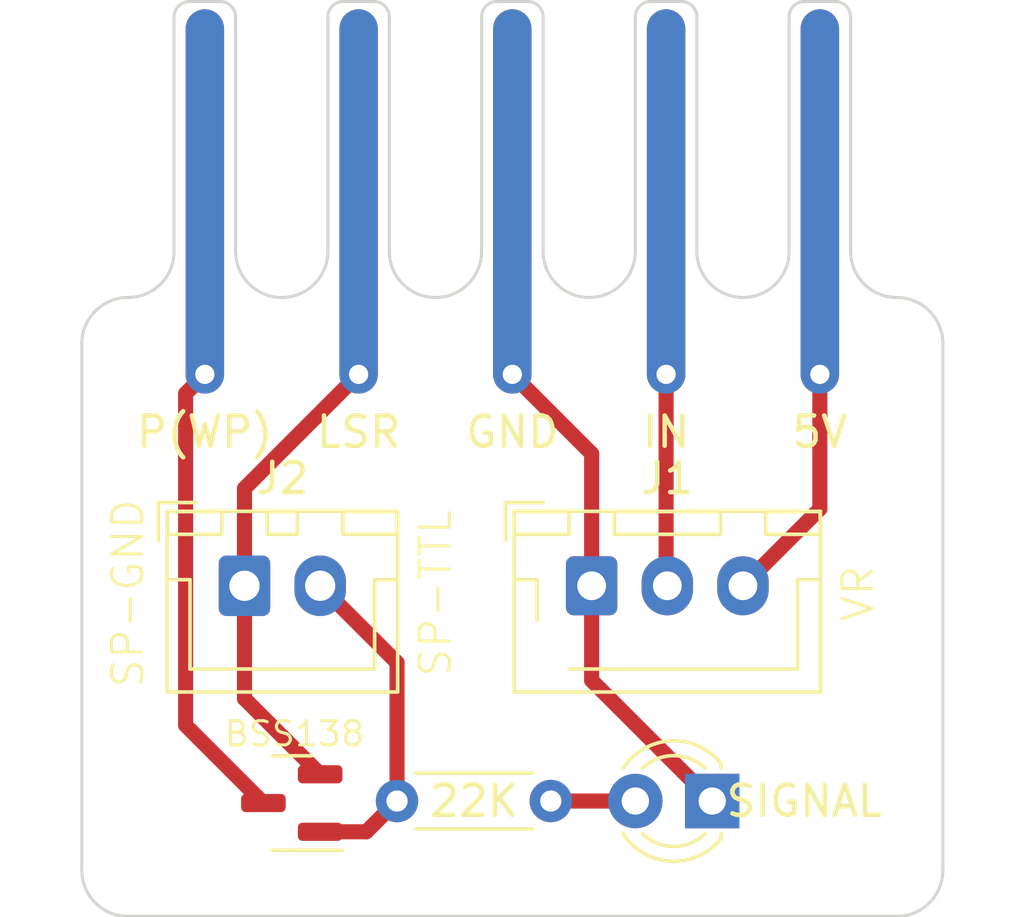
<source format=kicad_pcb>
(kicad_pcb (version 20240108) (generator "pcbnew") (generator_version "8.0")
  (layers (0 "F.Cu" signal) (31 "B.Cu" signal) (34 "B.Paste" user) (35 "F.Paste" user) (36 "B.SilkS" user "B.Silkscreen") (37 "F.SilkS" user "F.Silkscreen") (38 "B.Mask" user) (39 "F.Mask" user) (44 "Edge.Cuts" user))
  (net 0 "")
  (net 1 "Net-(D2-K)")
  (net 2 "Net-(D2-A)")
  (net 3 "Net-(J1-Pin_2)")
  (net 4 "+5V")
  (net 5 "Net-(JP2-P1-Pin_1)")
  (net 6 "Net-(J2-Pin_2)")
  (footprint "Connector_Pin:Connector_Teeth" (layer "F.Cu") (at 137.16 76.2)
    (property "Reference" "JP2-L1")
    (property "Value" "Conn_01x01_Male")
    (pad "1" smd roundrect (at 0 0) (size 1.27 12.7) (layers "F.Cu" "F.Paste" "F.Mask") (roundrect_rratio 0.5) (net 1 "Net-(D2-K)"))
    (pad "1" smd roundrect (at 0 0) (size 1.27 12.7) (layers "B.Cu" "B.Paste" "B.Mask") (roundrect_rratio 0.5) (net 1 "Net-(D2-K)"))
    (pad "1" thru_hole circle (at 0 5.715) (size 1.27 1.27) (drill 0.635) (layers "*.Cu" "*.Mask") (net 1 "Net-(D2-K)"))
  )
  (footprint "Package_TO_SOT_SMD:SOT-23" (layer "F.Cu") (at 134.9525 96.078 180)
    (property "Reference" "Q2" (hide yes))
    (property "Value" "BSS138" (at 2.286 2.286 0) (layer "F.SilkS") (effects (font (size 0.8 0.8) (thickness 0.1)) (justify left)))
    (fp_line (start 0 1.56) (end 0.65 1.56) (stroke (width 0.12)) (layer "F.SilkS"))
    (fp_line (start 0 1.56) (end -0.65 1.56) (stroke (width 0.12)) (layer "F.SilkS"))
    (fp_line (start 0 -1.56) (end 0.65 -1.56) (stroke (width 0.12)) (layer "F.SilkS"))
    (fp_line (start 0 -1.56) (end -1.675 -1.56) (stroke (width 0.12)) (layer "F.SilkS"))
    (pad "1" smd roundrect (at -0.9375 -0.95 180) (size 1.475 0.6) (layers "F.Cu" "F.Paste" "F.Mask") (net 6 "Net-(J2-Pin_2)"))
    (pad "2" smd roundrect (at -0.9375 0.95 180) (size 1.475 0.6) (layers "F.Cu" "F.Paste" "F.Mask") (net 1 "Net-(D2-K)"))
    (pad "3" smd roundrect (at 0.9375 0 180) (size 1.475 0.6) (layers "F.Cu" "F.Paste" "F.Mask") (net 5 "Net-(JP2-P1-Pin_1)"))
  )
  (footprint "Connector_JST:JST_XH_B2B-XH-A_1x02_P2.50mm_Vertical" (layer "F.Cu") (at 133.39 88.9)
    (property "Reference" "J2" (at 1.25 -3.55 0) (layer "F.SilkS"))
    (property "Value" "Conn_01x02_Pin")
    (fp_line (start -2.85 -2.75) (end -2.85 -1.5) (stroke (width 0.12)) (layer "F.SilkS"))
    (fp_line (start -2.56 -2.46) (end -2.56 3.51) (stroke (width 0.12)) (layer "F.SilkS"))
    (fp_line (start -2.56 3.51) (end 5.06 3.51) (stroke (width 0.12)) (layer "F.SilkS"))
    (fp_line (start -2.55 -2.45) (end -2.55 -1.7) (stroke (width 0.12)) (layer "F.SilkS"))
    (fp_line (start -2.55 -1.7) (end -0.75 -1.7) (stroke (width 0.12)) (layer "F.SilkS"))
    (fp_line (start -2.55 -0.2) (end -1.8 -0.2) (stroke (width 0.12)) (layer "F.SilkS"))
    (fp_line (start -1.8 -0.2) (end -1.8 2.75) (stroke (width 0.12)) (layer "F.SilkS"))
    (fp_line (start -1.8 2.75) (end 1.25 2.75) (stroke (width 0.12)) (layer "F.SilkS"))
    (fp_line (start -1.6 -2.75) (end -2.85 -2.75) (stroke (width 0.12)) (layer "F.SilkS"))
    (fp_line (start -0.75 -2.45) (end -2.55 -2.45) (stroke (width 0.12)) (layer "F.SilkS"))
    (fp_line (start -0.75 -1.7) (end -0.75 -2.45) (stroke (width 0.12)) (layer "F.SilkS"))
    (fp_line (start 0.75 -2.45) (end 0.75 -1.7) (stroke (width 0.12)) (layer "F.SilkS"))
    (fp_line (start 0.75 -1.7) (end 1.75 -1.7) (stroke (width 0.12)) (layer "F.SilkS"))
    (fp_line (start 1.75 -2.45) (end 0.75 -2.45) (stroke (width 0.12)) (layer "F.SilkS"))
    (fp_line (start 1.75 -1.7) (end 1.75 -2.45) (stroke (width 0.12)) (layer "F.SilkS"))
    (fp_line (start 3.25 -2.45) (end 3.25 -1.7) (stroke (width 0.12)) (layer "F.SilkS"))
    (fp_line (start 3.25 -1.7) (end 5.05 -1.7) (stroke (width 0.12)) (layer "F.SilkS"))
    (fp_line (start 4.3 -0.2) (end 4.3 2.75) (stroke (width 0.12)) (layer "F.SilkS"))
    (fp_line (start 4.3 2.75) (end 1.25 2.75) (stroke (width 0.12)) (layer "F.SilkS"))
    (fp_line (start 5.05 -2.45) (end 3.25 -2.45) (stroke (width 0.12)) (layer "F.SilkS"))
    (fp_line (start 5.05 -1.7) (end 5.05 -2.45) (stroke (width 0.12)) (layer "F.SilkS"))
    (fp_line (start 5.05 -0.2) (end 4.3 -0.2) (stroke (width 0.12)) (layer "F.SilkS"))
    (fp_line (start 5.06 -2.46) (end -2.56 -2.46) (stroke (width 0.12)) (layer "F.SilkS"))
    (fp_line (start 5.06 3.51) (end 5.06 -2.46) (stroke (width 0.12)) (layer "F.SilkS"))
    (pad "1" thru_hole roundrect (at 0 0) (size 1.7 2) (drill 1) (layers "*.Cu" "*.Mask") (roundrect_rratio 0.147059) (net 1 "Net-(D2-K)"))
    (pad "2" thru_hole oval (at 2.5 0) (size 1.7 2) (drill 1) (layers "*.Cu" "*.Mask") (net 6 "Net-(J2-Pin_2)"))
  )
  (footprint "Connector_Pin:Connector_Teeth" (layer "F.Cu") (at 142.24 76.2)
    (property "Reference" "JP2-G2")
    (property "Value" "Conn_01x01_Male")
    (pad "1" smd roundrect (at 0 0) (size 1.27 12.7) (layers "F.Cu" "F.Paste" "F.Mask") (roundrect_rratio 0.5) (net 1 "Net-(D2-K)"))
    (pad "1" smd roundrect (at 0 0) (size 1.27 12.7) (layers "B.Cu" "B.Paste" "B.Mask") (roundrect_rratio 0.5) (net 1 "Net-(D2-K)"))
    (pad "1" thru_hole circle (at 0 5.715) (size 1.27 1.27) (drill 0.635) (layers "*.Cu" "*.Mask") (net 1 "Net-(D2-K)"))
  )
  (footprint "Connector_Pin:Connector_Teeth" (layer "F.Cu") (at 132.08 76.2)
    (property "Reference" "JP2-P1")
    (property "Value" "Conn_01x01_Male")
    (pad "1" smd roundrect (at 0 0) (size 1.27 12.7) (layers "F.Cu" "F.Paste" "F.Mask") (roundrect_rratio 0.5) (net 5 "Net-(JP2-P1-Pin_1)"))
    (pad "1" smd roundrect (at 0 0) (size 1.27 12.7) (layers "B.Cu" "B.Paste" "B.Mask") (roundrect_rratio 0.5) (net 5 "Net-(JP2-P1-Pin_1)"))
    (pad "1" thru_hole circle (at 0 5.715) (size 1.27 1.27) (drill 0.635) (layers "*.Cu" "*.Mask") (net 5 "Net-(JP2-P1-Pin_1)"))
  )
  (footprint "Connector_Pin:Connector_Teeth" (layer "F.Cu") (at 147.32 76.2)
    (property "Reference" "JP2-IN1")
    (property "Value" "Conn_01x01_Male")
    (pad "1" smd roundrect (at 0 0) (size 1.27 12.7) (layers "F.Cu" "F.Paste" "F.Mask") (roundrect_rratio 0.5) (net 3 "Net-(J1-Pin_2)"))
    (pad "1" smd roundrect (at 0 0) (size 1.27 12.7) (layers "B.Cu" "B.Paste" "B.Mask") (roundrect_rratio 0.5) (net 3 "Net-(J1-Pin_2)"))
    (pad "1" thru_hole circle (at 0 5.715) (size 1.27 1.27) (drill 0.635) (layers "*.Cu" "*.Mask") (net 3 "Net-(J1-Pin_2)"))
  )
  (footprint "Resistor_THT:R_Axial_DIN0204_L3.6mm_D1.6mm_P5.08mm_Horizontal" (layer "F.Cu") (at 138.43 96.012)
    (property "Reference" "R3" (hide yes))
    (property "Value" "22K" (at 2.54 0 360) (layer "F.SilkS"))
    (fp_line (start 0.62 -0.92) (end 4.46 -0.92) (stroke (width 0.12)) (layer "F.SilkS"))
    (fp_line (start 0.62 0.92) (end 4.46 0.92) (stroke (width 0.12)) (layer "F.SilkS"))
    (pad "1" thru_hole circle (at 0 0) (size 1.4 1.4) (drill 0.7) (layers "*.Cu" "*.Mask") (net 6 "Net-(J2-Pin_2)"))
    (pad "2" thru_hole oval (at 5.08 0) (size 1.4 1.4) (drill 0.7) (layers "*.Cu" "*.Mask") (net 2 "Net-(D2-A)"))
  )
  (footprint "Connector_JST:JST_XH_B3B-XH-AM_1x03_P2.50mm_Vertical" (layer "F.Cu") (at 144.86 88.9)
    (property "Reference" "J1" (at 2.5 -3.55 360) (layer "F.SilkS"))
    (property "Value" "Conn_01x03_Pin")
    (fp_line (start -2.85 -2.75) (end -2.85 -1.5) (stroke (width 0.12)) (layer "F.SilkS"))
    (fp_line (start -2.56 -2.46) (end -2.56 3.51) (stroke (width 0.12)) (layer "F.SilkS"))
    (fp_line (start -2.56 3.51) (end 7.56 3.51) (stroke (width 0.12)) (layer "F.SilkS"))
    (fp_line (start -2.55 -2.45) (end -2.55 -1.7) (stroke (width 0.12)) (layer "F.SilkS"))
    (fp_line (start -2.55 -1.7) (end -0.75 -1.7) (stroke (width 0.12)) (layer "F.SilkS"))
    (fp_line (start -2.55 -0.2) (end -1.8 -0.2) (stroke (width 0.12)) (layer "F.SilkS"))
    (fp_line (start -1.8 -0.2) (end -1.8 1.14) (stroke (width 0.12)) (layer "F.SilkS"))
    (fp_line (start -1.6 -2.75) (end -2.85 -2.75) (stroke (width 0.12)) (layer "F.SilkS"))
    (fp_line (start -0.75 -2.45) (end -2.55 -2.45) (stroke (width 0.12)) (layer "F.SilkS"))
    (fp_line (start -0.75 -1.7) (end -0.75 -2.45) (stroke (width 0.12)) (layer "F.SilkS"))
    (fp_line (start 0.75 -2.45) (end 0.75 -1.7) (stroke (width 0.12)) (layer "F.SilkS"))
    (fp_line (start 0.75 -1.7) (end 4.25 -1.7) (stroke (width 0.12)) (layer "F.SilkS"))
    (fp_line (start 2.5 2.75) (end -0.74 2.75) (stroke (width 0.12)) (layer "F.SilkS"))
    (fp_line (start 4.25 -2.45) (end 0.75 -2.45) (stroke (width 0.12)) (layer "F.SilkS"))
    (fp_line (start 4.25 -1.7) (end 4.25 -2.45) (stroke (width 0.12)) (layer "F.SilkS"))
    (fp_line (start 5.75 -2.45) (end 5.75 -1.7) (stroke (width 0.12)) (layer "F.SilkS"))
    (fp_line (start 5.75 -1.7) (end 7.55 -1.7) (stroke (width 0.12)) (layer "F.SilkS"))
    (fp_line (start 6.8 -0.2) (end 6.8 2.75) (stroke (width 0.12)) (layer "F.SilkS"))
    (fp_line (start 6.8 2.75) (end 2.5 2.75) (stroke (width 0.12)) (layer "F.SilkS"))
    (fp_line (start 7.55 -2.45) (end 5.75 -2.45) (stroke (width 0.12)) (layer "F.SilkS"))
    (fp_line (start 7.55 -1.7) (end 7.55 -2.45) (stroke (width 0.12)) (layer "F.SilkS"))
    (fp_line (start 7.55 -0.2) (end 6.8 -0.2) (stroke (width 0.12)) (layer "F.SilkS"))
    (fp_line (start 7.56 -2.46) (end -2.56 -2.46) (stroke (width 0.12)) (layer "F.SilkS"))
    (fp_line (start 7.56 3.51) (end 7.56 -2.46) (stroke (width 0.12)) (layer "F.SilkS"))
    (pad "" np_thru_hole circle (at -1.6 2) (size 1.2 1.2) (drill 1.2) (layers "*.Cu" "*.Mask"))
    (pad "1" thru_hole roundrect (at 0 0) (size 1.7 1.95) (drill 0.95) (layers "*.Cu" "*.Mask") (roundrect_rratio 0.147059) (net 1 "Net-(D2-K)"))
    (pad "2" thru_hole oval (at 2.5 0) (size 1.7 1.95) (drill 0.95) (layers "*.Cu" "*.Mask") (net 3 "Net-(J1-Pin_2)"))
    (pad "3" thru_hole oval (at 5 0) (size 1.7 1.95) (drill 0.95) (layers "*.Cu" "*.Mask") (net 4 "+5V"))
  )
  (footprint "LED_THT:LED_D3.0mm" (layer "F.Cu") (at 148.844 96.012 180)
    (property "Reference" "D2" (hide yes))
    (property "Value" "SIGNAL" (at -3.048 0 0) (layer "F.SilkS"))
    (fp_line (start -0.29 1.08) (end -0.29 1.236) (stroke (width 0.12)) (layer "F.SilkS"))
    (fp_line (start -0.29 -1.236) (end -0.29 -1.08) (stroke (width 0.12)) (layer "F.SilkS"))
    (fp_arc (start 2.942335 1.078608) (mid 1.366487 1.987659) (end -0.29 1.235516) (stroke (width 0.12)) (layer "F.SilkS"))
    (fp_arc (start 2.31113 1.079837) (mid 1.270117 1.5) (end 0.229039 1.08) (stroke (width 0.12)) (layer "F.SilkS"))
    (fp_arc (start 0.229039 -1.08) (mid 1.270117 -1.5) (end 2.31113 -1.079837) (stroke (width 0.12)) (layer "F.SilkS"))
    (fp_arc (start -0.29 -1.235516) (mid 1.366487 -1.987659) (end 2.942335 -1.078608) (stroke (width 0.12)) (layer "F.SilkS"))
    (pad "1" thru_hole rect (at 0 0 180) (size 1.8 1.8) (drill 0.9) (layers "*.Cu" "*.Mask") (net 1 "Net-(D2-K)"))
    (pad "2" thru_hole circle (at 2.54 0 180) (size 1.8 1.8) (drill 0.9) (layers "*.Cu" "*.Mask") (net 2 "Net-(D2-A)"))
  )
  (footprint "Connector_Pin:Connector_Teeth" (layer "F.Cu") (at 152.4 76.2)
    (property "Reference" "JP2-5V1")
    (property "Value" "Conn_01x01_Male")
    (pad "1" smd roundrect (at 0 0) (size 1.27 12.7) (layers "F.Cu" "F.Paste" "F.Mask") (roundrect_rratio 0.5) (net 4 "+5V"))
    (pad "1" smd roundrect (at 0 0) (size 1.27 12.7) (layers "B.Cu" "B.Paste" "B.Mask") (roundrect_rratio 0.5) (net 4 "+5V"))
    (pad "1" thru_hole circle (at 0 5.715) (size 1.27 1.27) (drill 0.635) (layers "*.Cu" "*.Mask") (net 4 "+5V"))
  )
  (gr_line (start 128.016 80.899) (end 128.016 98.298) (stroke (width 0.1)) (layer "Edge.Cuts"))
  (gr_line (start 131.064 77.851) (end 131.064 70.104) (stroke (width 0.1)) (layer "Edge.Cuts"))
  (gr_line (start 141.732 69.596) (end 142.748 69.596) (stroke (width 0.1)) (layer "Edge.Cuts"))
  (gr_arc (start 136.144 70.104) (mid 136.29279 69.74479) (end 136.652 69.596) (stroke (width 0.1)) (layer "Edge.Cuts"))
  (gr_arc (start 132.588 69.596) (mid 132.94721 69.74479) (end 133.096 70.104) (stroke (width 0.1)) (layer "Edge.Cuts"))
  (gr_line (start 136.652 69.596) (end 137.668 69.596) (stroke (width 0.1)) (layer "Edge.Cuts"))
  (gr_arc (start 129.54 99.822) (mid 128.462369 99.375631) (end 128.016 98.298) (stroke (width 0.1)) (layer "Edge.Cuts"))
  (gr_arc (start 131.064 77.851) (mid 130.618894 78.929894) (end 129.54 79.375) (stroke (width 0.1)) (layer "Edge.Cuts"))
  (gr_line (start 136.144 77.851) (end 136.144 70.104) (stroke (width 0.1)) (layer "Edge.Cuts"))
  (gr_line (start 133.096 77.851) (end 133.096 70.104) (stroke (width 0.1)) (layer "Edge.Cuts"))
  (gr_arc (start 141.224 70.104) (mid 141.37279 69.74479) (end 141.732 69.596) (stroke (width 0.1)) (layer "Edge.Cuts"))
  (gr_arc (start 137.668 69.596) (mid 138.02721 69.74479) (end 138.176 70.104) (stroke (width 0.1)) (layer "Edge.Cuts"))
  (gr_arc (start 154.94 79.375) (mid 153.862369 78.928631) (end 153.416 77.851) (stroke (width 0.1)) (layer "Edge.Cuts"))
  (gr_line (start 156.464 80.899) (end 156.464 98.298) (stroke (width 0.1)) (layer "Edge.Cuts"))
  (gr_arc (start 151.384 77.851) (mid 149.86 79.375) (end 148.336 77.851) (stroke (width 0.1)) (layer "Edge.Cuts"))
  (gr_line (start 151.892 69.596) (end 152.908 69.596) (stroke (width 0.1)) (layer "Edge.Cuts"))
  (gr_line (start 153.416 77.851) (end 153.416 70.104) (stroke (width 0.1)) (layer "Edge.Cuts"))
  (gr_arc (start 142.748 69.596) (mid 143.10721 69.74479) (end 143.256 70.104) (stroke (width 0.1)) (layer "Edge.Cuts"))
  (gr_arc (start 146.304 77.851) (mid 144.78 79.375) (end 143.256 77.851) (stroke (width 0.1)) (layer "Edge.Cuts"))
  (gr_arc (start 147.828 69.596) (mid 148.18721 69.74479) (end 148.336 70.104) (stroke (width 0.1)) (layer "Edge.Cuts"))
  (gr_line (start 131.572 69.596) (end 132.588 69.596) (stroke (width 0.1)) (layer "Edge.Cuts"))
  (gr_line (start 143.256 77.851) (end 143.256 70.104) (stroke (width 0.1)) (layer "Edge.Cuts"))
  (gr_arc (start 136.144 77.851) (mid 134.62 79.375) (end 133.096 77.851) (stroke (width 0.1)) (layer "Edge.Cuts"))
  (gr_line (start 151.384 77.851) (end 151.384 70.104) (stroke (width 0.1)) (layer "Edge.Cuts"))
  (gr_line (start 148.336 77.851) (end 148.336 70.104) (stroke (width 0.1)) (layer "Edge.Cuts"))
  (gr_line (start 138.176 77.851) (end 138.176 70.104) (stroke (width 0.1)) (layer "Edge.Cuts"))
  (gr_arc (start 154.94 79.375) (mid 156.017631 79.821369) (end 156.464 80.899) (stroke (width 0.1)) (layer "Edge.Cuts"))
  (gr_arc (start 152.908 69.596) (mid 153.26721 69.74479) (end 153.416 70.104) (stroke (width 0.1)) (layer "Edge.Cuts"))
  (gr_arc (start 131.064 70.104) (mid 131.21279 69.74479) (end 131.572 69.596) (stroke (width 0.1)) (layer "Edge.Cuts"))
  (gr_arc (start 141.224 77.851) (mid 139.7 79.375) (end 138.176 77.851) (stroke (width 0.1)) (layer "Edge.Cuts"))
  (gr_arc (start 151.384 70.104) (mid 151.53279 69.74479) (end 151.892 69.596) (stroke (width 0.1)) (layer "Edge.Cuts"))
  (gr_line (start 129.54 99.822) (end 154.94 99.822) (stroke (width 0.1)) (layer "Edge.Cuts"))
  (gr_arc (start 146.304 70.104) (mid 146.45279 69.74479) (end 146.812 69.596) (stroke (width 0.1)) (layer "Edge.Cuts"))
  (gr_arc (start 156.464 98.298) (mid 156.017631 99.375631) (end 154.94 99.822) (stroke (width 0.1)) (layer "Edge.Cuts"))
  (gr_line (start 141.224 77.851) (end 141.224 70.104) (stroke (width 0.1)) (layer "Edge.Cuts"))
  (gr_arc (start 128.016 80.899) (mid 128.462369 79.821369) (end 129.54 79.375) (stroke (width 0.1)) (layer "Edge.Cuts"))
  (gr_line (start 146.812 69.596) (end 147.828 69.596) (stroke (width 0.1)) (layer "Edge.Cuts"))
  (gr_line (start 146.304 77.851) (end 146.304 70.104) (stroke (width 0.1)) (layer "Edge.Cuts"))
  (gr_text "5V" (at 152.4 83.82 0) (layer "F.SilkS") (effects (font (size 1 1))))
  (gr_text "SP-TTL" (at 139.7 89.154 90) (layer "F.SilkS") (effects (font (size 1 1) (thickness 0.1))))
  (gr_text "IN" (at 147.32 83.82 0) (layer "F.SilkS") (effects (font (size 1 1))))
  (gr_text "GND" (at 142.24 83.82 0) (layer "F.SilkS") (effects (font (size 1 1))))
  (gr_text "SP-GND" (at 129.54 89.154 90) (layer "F.SilkS") (effects (font (size 1 1) (thickness 0.1))))
  (gr_text "VR\n" (at 153.67 89.154 90) (layer "F.SilkS") (effects (font (size 1 1) (thickness 0.1))))
  (gr_text "P(WP)" (at 132.08 83.82 0) (layer "F.SilkS") (effects (font (size 1 1))))
  (gr_text "LSR" (at 137.16 83.82 0) (layer "F.SilkS") (effects (font (size 1 1))))
  (segment (start 144.86 88.9) (end 144.86 92.028) (width 0.5) (layer "F.Cu") (net 1))
  (segment (start 144.86 92.028) (end 148.844 96.012) (width 0.5) (layer "F.Cu") (net 1))
  (segment (start 133.39 92.628) (end 133.39 88.9) (width 0.5) (layer "F.Cu") (net 1))
  (segment (start 135.89 95.128) (end 133.39 92.628) (width 0.5) (layer "F.Cu") (net 1))
  (segment (start 144.86 84.535) (end 144.86 88.9) (width 0.5) (layer "F.Cu") (net 1))
  (segment (start 133.39 88.9) (end 133.39 85.685) (width 0.5) (layer "F.Cu") (net 1))
  (segment (start 142.24 81.915) (end 144.86 84.535) (width 0.5) (layer "F.Cu") (net 1))
  (segment (start 133.39 85.685) (end 137.16 81.915) (width 0.5) (layer "F.Cu") (net 1))
  (segment (start 143.51 96.012) (end 146.304 96.012) (width 0.5) (layer "F.Cu") (net 2))
  (segment (start 147.32 81.915) (end 147.32 88.86) (width 0.5) (layer "F.Cu") (net 3))
  (segment (start 147.32 88.86) (end 147.36 88.9) (width 0.5) (layer "F.Cu") (net 3))
  (segment (start 152.4 81.915) (end 152.4 86.36) (width 0.5) (layer "F.Cu") (net 4))
  (segment (start 152.4 86.36) (end 149.86 88.9) (width 0.5) (layer "F.Cu") (net 4))
  (segment (start 134.015 96.078) (end 131.445 93.508) (width 0.5) (layer "F.Cu") (net 5))
  (segment (start 131.445 93.508) (end 131.445 82.55) (width 0.5) (layer "F.Cu") (net 5))
  (segment (start 131.445 82.55) (end 132.08 81.915) (width 0.5) (layer "F.Cu") (net 5))
  (segment (start 138.43 91.44) (end 138.43 96.012) (width 0.5) (layer "F.Cu") (net 6))
  (segment (start 135.89 97.028) (end 137.414 97.028) (width 0.5) (layer "F.Cu") (net 6))
  (segment (start 137.414 97.028) (end 138.43 96.012) (width 0.5) (layer "F.Cu") (net 6))
  (segment (start 135.89 88.9) (end 138.43 91.44) (width 0.5) (layer "F.Cu") (net 6))
)
</source>
